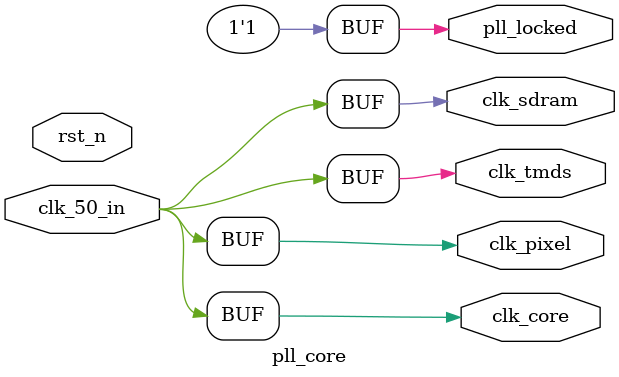
<source format=sv>
`default_nettype none


module pll_core (
    input  wire clk_50_in,      // 50 MHz input clock (from testbench)
    input  wire rst_n,          // Active-low reset (unused in stub)

    output wire clk_core,       // Forwarded from clk_50_in
    output wire clk_pixel,      // Forwarded from clk_50_in
    output wire clk_tmds,       // Forwarded from clk_50_in
    output wire clk_sdram,      // Forwarded from clk_50_in
    output wire pll_locked      // Always locked
);

    // Pass input clock directly to all output clocks.
    // In real hardware these would be at different frequencies and phases;
    // in simulation all domains run synchronously from the same edge.
    assign clk_core   = clk_50_in;
    assign clk_pixel  = clk_50_in;
    assign clk_tmds   = clk_50_in;
    assign clk_sdram  = clk_50_in;
    assign pll_locked = 1'b1;

endmodule

`default_nettype wire

</source>
